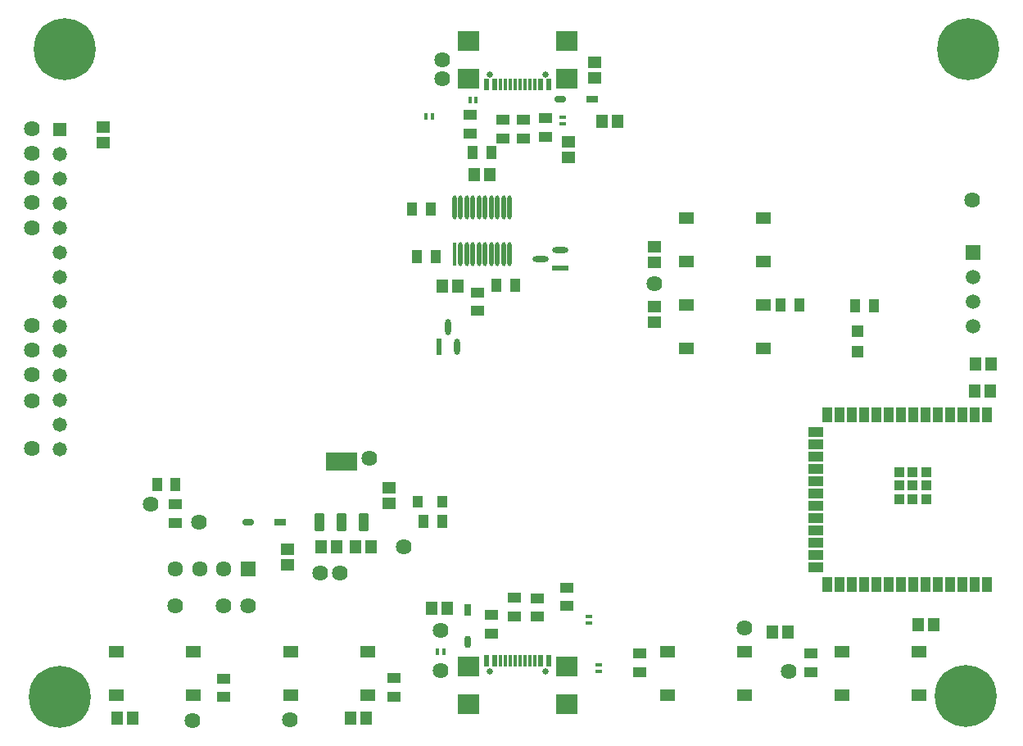
<source format=gts>
G04*
G04 #@! TF.GenerationSoftware,Altium Limited,Altium Designer,25.3.2 (17)*
G04*
G04 Layer_Color=8388736*
%FSLAX25Y25*%
%MOIN*%
G70*
G04*
G04 #@! TF.SameCoordinates,ED342856-191B-4412-B6D1-68AB9B2CBA59*
G04*
G04*
G04 #@! TF.FilePolarity,Negative*
G04*
G01*
G75*
%ADD18R,0.06102X0.05118*%
%ADD19R,0.05136X0.05733*%
%ADD24R,0.01181X0.04528*%
%ADD25R,0.02362X0.04528*%
%ADD26R,0.08583X0.07874*%
G04:AMPARAMS|DCode=34|XSize=65.24mil|YSize=24.1mil|CornerRadius=12.05mil|HoleSize=0mil|Usage=FLASHONLY|Rotation=180.000|XOffset=0mil|YOffset=0mil|HoleType=Round|Shape=RoundedRectangle|*
%AMROUNDEDRECTD34*
21,1,0.06524,0.00000,0,0,180.0*
21,1,0.04114,0.02410,0,0,180.0*
1,1,0.02410,-0.02057,0.00000*
1,1,0.02410,0.02057,0.00000*
1,1,0.02410,0.02057,0.00000*
1,1,0.02410,-0.02057,0.00000*
%
%ADD34ROUNDEDRECTD34*%
%ADD35R,0.06524X0.02410*%
%ADD38R,0.04951X0.02766*%
G04:AMPARAMS|DCode=39|XSize=49.51mil|YSize=27.66mil|CornerRadius=13.83mil|HoleSize=0mil|Usage=FLASHONLY|Rotation=180.000|XOffset=0mil|YOffset=0mil|HoleType=Round|Shape=RoundedRectangle|*
%AMROUNDEDRECTD39*
21,1,0.04951,0.00000,0,0,180.0*
21,1,0.02185,0.02766,0,0,180.0*
1,1,0.02766,-0.01093,0.00000*
1,1,0.02766,0.01093,0.00000*
1,1,0.02766,0.01093,0.00000*
1,1,0.02766,-0.01093,0.00000*
%
%ADD39ROUNDEDRECTD39*%
%ADD40R,0.04331X0.04921*%
%ADD41R,0.05733X0.05136*%
%ADD42R,0.02766X0.04951*%
G04:AMPARAMS|DCode=43|XSize=49.51mil|YSize=27.66mil|CornerRadius=13.83mil|HoleSize=0mil|Usage=FLASHONLY|Rotation=270.000|XOffset=0mil|YOffset=0mil|HoleType=Round|Shape=RoundedRectangle|*
%AMROUNDEDRECTD43*
21,1,0.04951,0.00000,0,0,270.0*
21,1,0.02185,0.02766,0,0,270.0*
1,1,0.02766,0.00000,-0.01093*
1,1,0.02766,0.00000,0.01093*
1,1,0.02766,0.00000,0.01093*
1,1,0.02766,0.00000,-0.01093*
%
%ADD43ROUNDEDRECTD43*%
G04:AMPARAMS|DCode=44|XSize=97.53mil|YSize=16.81mil|CornerRadius=8.41mil|HoleSize=0mil|Usage=FLASHONLY|Rotation=90.000|XOffset=0mil|YOffset=0mil|HoleType=Round|Shape=RoundedRectangle|*
%AMROUNDEDRECTD44*
21,1,0.09753,0.00000,0,0,90.0*
21,1,0.08072,0.01681,0,0,90.0*
1,1,0.01681,0.00000,0.04036*
1,1,0.01681,0.00000,-0.04036*
1,1,0.01681,0.00000,-0.04036*
1,1,0.01681,0.00000,0.04036*
%
%ADD44ROUNDEDRECTD44*%
%ADD45R,0.01681X0.09753*%
G04:AMPARAMS|DCode=46|XSize=65.24mil|YSize=24.1mil|CornerRadius=12.05mil|HoleSize=0mil|Usage=FLASHONLY|Rotation=90.000|XOffset=0mil|YOffset=0mil|HoleType=Round|Shape=RoundedRectangle|*
%AMROUNDEDRECTD46*
21,1,0.06524,0.00000,0,0,90.0*
21,1,0.04114,0.02410,0,0,90.0*
1,1,0.02410,0.00000,0.02057*
1,1,0.02410,0.00000,-0.02057*
1,1,0.02410,0.00000,-0.02057*
1,1,0.02410,0.00000,0.02057*
%
%ADD46ROUNDEDRECTD46*%
%ADD47R,0.02410X0.06524*%
%ADD48C,0.06400*%
%ADD49R,0.02762X0.01778*%
%ADD50R,0.01778X0.02762*%
G04:AMPARAMS|DCode=51|XSize=39.43mil|YSize=72.9mil|CornerRadius=3.95mil|HoleSize=0mil|Usage=FLASHONLY|Rotation=180.000|XOffset=0mil|YOffset=0mil|HoleType=Round|Shape=RoundedRectangle|*
%AMROUNDEDRECTD51*
21,1,0.03943,0.06500,0,0,180.0*
21,1,0.03154,0.07290,0,0,180.0*
1,1,0.00790,-0.01577,0.03250*
1,1,0.00790,0.01577,0.03250*
1,1,0.00790,0.01577,-0.03250*
1,1,0.00790,-0.01577,-0.03250*
%
%ADD51ROUNDEDRECTD51*%
G04:AMPARAMS|DCode=52|XSize=129.98mil|YSize=72.9mil|CornerRadius=4.07mil|HoleSize=0mil|Usage=FLASHONLY|Rotation=180.000|XOffset=0mil|YOffset=0mil|HoleType=Round|Shape=RoundedRectangle|*
%AMROUNDEDRECTD52*
21,1,0.12998,0.06476,0,0,180.0*
21,1,0.12185,0.07290,0,0,180.0*
1,1,0.00813,-0.06093,0.03238*
1,1,0.00813,0.06093,0.03238*
1,1,0.00813,0.06093,-0.03238*
1,1,0.00813,-0.06093,-0.03238*
%
%ADD52ROUNDEDRECTD52*%
%ADD53R,0.05833X0.04022*%
%ADD54R,0.03943X0.06306*%
%ADD55R,0.06306X0.03943*%
%ADD56R,0.03943X0.03943*%
%ADD57R,0.05124X0.05124*%
%ADD58R,0.04022X0.05833*%
%ADD59C,0.02559*%
%ADD60C,0.05872*%
%ADD61R,0.05872X0.05872*%
%ADD62R,0.05794X0.05794*%
%ADD63C,0.05794*%
%ADD64C,0.25197*%
%ADD65R,0.06337X0.06337*%
%ADD66C,0.06337*%
D18*
X142138Y17142D02*
D03*
X110839D02*
D03*
X142138Y34858D02*
D03*
X110839D02*
D03*
X271854Y211358D02*
D03*
X303154D02*
D03*
X271854Y193642D02*
D03*
X303154D02*
D03*
X335354Y34858D02*
D03*
X366654D02*
D03*
X335354Y17142D02*
D03*
X366654D02*
D03*
X295681D02*
D03*
X264382D02*
D03*
X295681Y34858D02*
D03*
X264382D02*
D03*
X39972D02*
D03*
X71272D02*
D03*
X39972Y17142D02*
D03*
X71272D02*
D03*
X303154Y158142D02*
D03*
X271854D02*
D03*
X303154Y175858D02*
D03*
X271854D02*
D03*
D19*
X141653Y8000D02*
D03*
X135347D02*
D03*
X40347D02*
D03*
X46653D02*
D03*
X372653Y46000D02*
D03*
X366347D02*
D03*
X313153Y43000D02*
D03*
X306847D02*
D03*
X237747Y250700D02*
D03*
X244053D02*
D03*
X179004Y183500D02*
D03*
X172699D02*
D03*
X192004Y229000D02*
D03*
X185699D02*
D03*
X174504Y52500D02*
D03*
X168199D02*
D03*
X143504Y77500D02*
D03*
X137199D02*
D03*
X123351D02*
D03*
X129657D02*
D03*
X389347Y140800D02*
D03*
X395653D02*
D03*
X389495Y152000D02*
D03*
X395800D02*
D03*
D24*
X210150Y31236D02*
D03*
X208181D02*
D03*
X206213D02*
D03*
X204244D02*
D03*
X202276D02*
D03*
X200307D02*
D03*
X198339D02*
D03*
X196370D02*
D03*
Y265512D02*
D03*
X198339D02*
D03*
X200307D02*
D03*
X202276D02*
D03*
X204244D02*
D03*
X206213D02*
D03*
X208181D02*
D03*
X210150D02*
D03*
D25*
X212709Y31236D02*
D03*
X193811D02*
D03*
X215858D02*
D03*
X190661D02*
D03*
X193811Y265512D02*
D03*
X212709D02*
D03*
X190661D02*
D03*
X215858D02*
D03*
D26*
X223378Y28972D02*
D03*
X183142D02*
D03*
X223378Y13500D02*
D03*
X183142D02*
D03*
Y267776D02*
D03*
X223378D02*
D03*
X183142Y283248D02*
D03*
X223378D02*
D03*
D34*
X212565Y194500D02*
D03*
X220443Y198240D02*
D03*
D35*
Y190760D02*
D03*
D38*
X106502Y87500D02*
D03*
X233502Y259500D02*
D03*
D39*
X93506Y87500D02*
D03*
X220506Y259500D02*
D03*
D40*
X162583Y96000D02*
D03*
X172425D02*
D03*
D41*
X234504Y268347D02*
D03*
Y274653D02*
D03*
X224004Y242153D02*
D03*
Y235847D02*
D03*
X151004Y95347D02*
D03*
Y101653D02*
D03*
X109504Y76653D02*
D03*
Y70347D02*
D03*
X259004Y175153D02*
D03*
Y168847D02*
D03*
Y193347D02*
D03*
Y199653D02*
D03*
X34500Y248153D02*
D03*
Y241847D02*
D03*
D42*
X183004Y51998D02*
D03*
D43*
Y39002D02*
D03*
D44*
X177504Y215500D02*
D03*
X180004D02*
D03*
X182504D02*
D03*
X185004D02*
D03*
X187504D02*
D03*
X190004D02*
D03*
X192504D02*
D03*
X195004D02*
D03*
X197504D02*
D03*
X200004D02*
D03*
Y196498D02*
D03*
X197504D02*
D03*
X195004D02*
D03*
X192504D02*
D03*
X190004D02*
D03*
X187504D02*
D03*
X185004D02*
D03*
X182504D02*
D03*
X180004D02*
D03*
D45*
X177504D02*
D03*
D46*
X175004Y166939D02*
D03*
X178744Y159061D02*
D03*
D47*
X171264D02*
D03*
D48*
X5701Y217600D02*
D03*
X172504Y275500D02*
D03*
Y268000D02*
D03*
X5701Y167500D02*
D03*
Y147500D02*
D03*
Y136800D02*
D03*
Y157500D02*
D03*
X5700Y207400D02*
D03*
X143004Y113500D02*
D03*
X388400Y218600D02*
D03*
X5701Y227500D02*
D03*
Y237500D02*
D03*
X71000Y7000D02*
D03*
X110700Y7100D02*
D03*
X73504Y87500D02*
D03*
X64004Y53500D02*
D03*
X54004Y95000D02*
D03*
X157004Y77500D02*
D03*
X313500Y27000D02*
D03*
X295504Y44500D02*
D03*
X172000Y43500D02*
D03*
X123004Y67000D02*
D03*
X131004D02*
D03*
X93571Y53500D02*
D03*
X83504D02*
D03*
X172000Y27100D02*
D03*
X258800Y184500D02*
D03*
X5701Y117500D02*
D03*
Y247500D02*
D03*
D49*
X232300Y46720D02*
D03*
Y49279D02*
D03*
X236100Y29480D02*
D03*
Y26921D02*
D03*
X221504Y252280D02*
D03*
Y249720D02*
D03*
D50*
X168500Y252500D02*
D03*
X165941D02*
D03*
X186380Y259200D02*
D03*
X183820D02*
D03*
X173280Y35000D02*
D03*
X170721D02*
D03*
D51*
X122449Y87697D02*
D03*
X131504D02*
D03*
X140559D02*
D03*
D52*
X131504Y112303D02*
D03*
D53*
X211100Y49140D02*
D03*
Y56660D02*
D03*
X184004Y245740D02*
D03*
Y253260D02*
D03*
X197200Y251260D02*
D03*
Y243740D02*
D03*
X64004Y94760D02*
D03*
Y87240D02*
D03*
X322504Y34260D02*
D03*
Y26740D02*
D03*
X223400Y60960D02*
D03*
Y53440D02*
D03*
X201800Y49240D02*
D03*
Y56760D02*
D03*
X192504Y49760D02*
D03*
Y42240D02*
D03*
X83504Y16480D02*
D03*
Y24000D02*
D03*
X153004Y16740D02*
D03*
Y24260D02*
D03*
X253004Y34260D02*
D03*
Y26740D02*
D03*
X214504Y244240D02*
D03*
Y251760D02*
D03*
X205700Y251160D02*
D03*
Y243640D02*
D03*
X187004Y173480D02*
D03*
Y181000D02*
D03*
D54*
X394400Y131100D02*
D03*
X389400D02*
D03*
X384400D02*
D03*
X379400D02*
D03*
X374400D02*
D03*
X369400D02*
D03*
X364400D02*
D03*
X359400D02*
D03*
X354400D02*
D03*
X349400D02*
D03*
X344400D02*
D03*
X339400D02*
D03*
X334400D02*
D03*
X329400D02*
D03*
Y62202D02*
D03*
X334400D02*
D03*
X339400D02*
D03*
X344400D02*
D03*
X349400D02*
D03*
X354400D02*
D03*
X359400D02*
D03*
X364400D02*
D03*
X369400D02*
D03*
X374400D02*
D03*
X379400D02*
D03*
X384400D02*
D03*
X389400D02*
D03*
X394400D02*
D03*
D55*
X324479Y124151D02*
D03*
Y119151D02*
D03*
Y114151D02*
D03*
Y109151D02*
D03*
Y104151D02*
D03*
Y99151D02*
D03*
Y94151D02*
D03*
Y89151D02*
D03*
Y84151D02*
D03*
Y79151D02*
D03*
Y74151D02*
D03*
Y69151D02*
D03*
D56*
X364006Y102557D02*
D03*
X369518D02*
D03*
Y108069D02*
D03*
X364006D02*
D03*
X358494D02*
D03*
Y102557D02*
D03*
Y97045D02*
D03*
X364006D02*
D03*
X369518D02*
D03*
D57*
X341504Y156866D02*
D03*
Y165134D02*
D03*
D58*
X192504Y238000D02*
D03*
X184984D02*
D03*
X340744Y175500D02*
D03*
X348264D02*
D03*
X310244Y176000D02*
D03*
X317764D02*
D03*
X56484Y103000D02*
D03*
X64004D02*
D03*
X164984Y88000D02*
D03*
X172504D02*
D03*
X160244Y215000D02*
D03*
X167764D02*
D03*
X169764Y195500D02*
D03*
X162244D02*
D03*
X194744Y184000D02*
D03*
X202264D02*
D03*
D59*
X214638Y27004D02*
D03*
X191882D02*
D03*
Y269744D02*
D03*
X214638D02*
D03*
D60*
X388564Y177160D02*
D03*
Y187160D02*
D03*
Y167160D02*
D03*
D61*
Y197160D02*
D03*
D62*
X17064Y247160D02*
D03*
D63*
Y117160D02*
D03*
Y127160D02*
D03*
Y137160D02*
D03*
Y147160D02*
D03*
Y157160D02*
D03*
Y167160D02*
D03*
Y227160D02*
D03*
Y217160D02*
D03*
Y237160D02*
D03*
Y177160D02*
D03*
Y187160D02*
D03*
Y197160D02*
D03*
Y207160D02*
D03*
D64*
X386487Y280000D02*
D03*
X385700Y16800D02*
D03*
X19004Y280000D02*
D03*
X17000Y16700D02*
D03*
D65*
X93504Y68500D02*
D03*
D66*
X83662D02*
D03*
X63976D02*
D03*
X73819D02*
D03*
M02*

</source>
